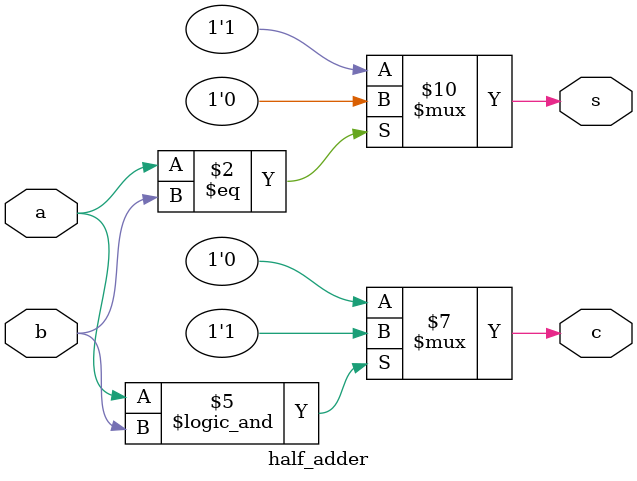
<source format=v>
module half_adder( a, b, s, c);

input a, b;
output s, c;

reg s,c;

always @(a or b)
begin
    if (a==b) s = 0;
    else s =1;
    
    if (a==1 && b==1) c=1;
    else c=0;
  end 
  
  endmodule

//-------
//always @(*)
//begin

//assign c = a&b;
//assign s = a&(~b) + (~a)&b;
//end
//endmodule

//always @(*)begin
//case(a,b)   
//    a==1'b0, b==1'b0 : s=0,c=0;
//    a==1'b0, b==1'b1 : s=0,c=1;
//    a==1'b1, b==1'b0 : s=0,c=1;
//    a==1'b1, b==1'b1 : s=1,c=0;
//endcase
//end
//endmodule
    




</source>
